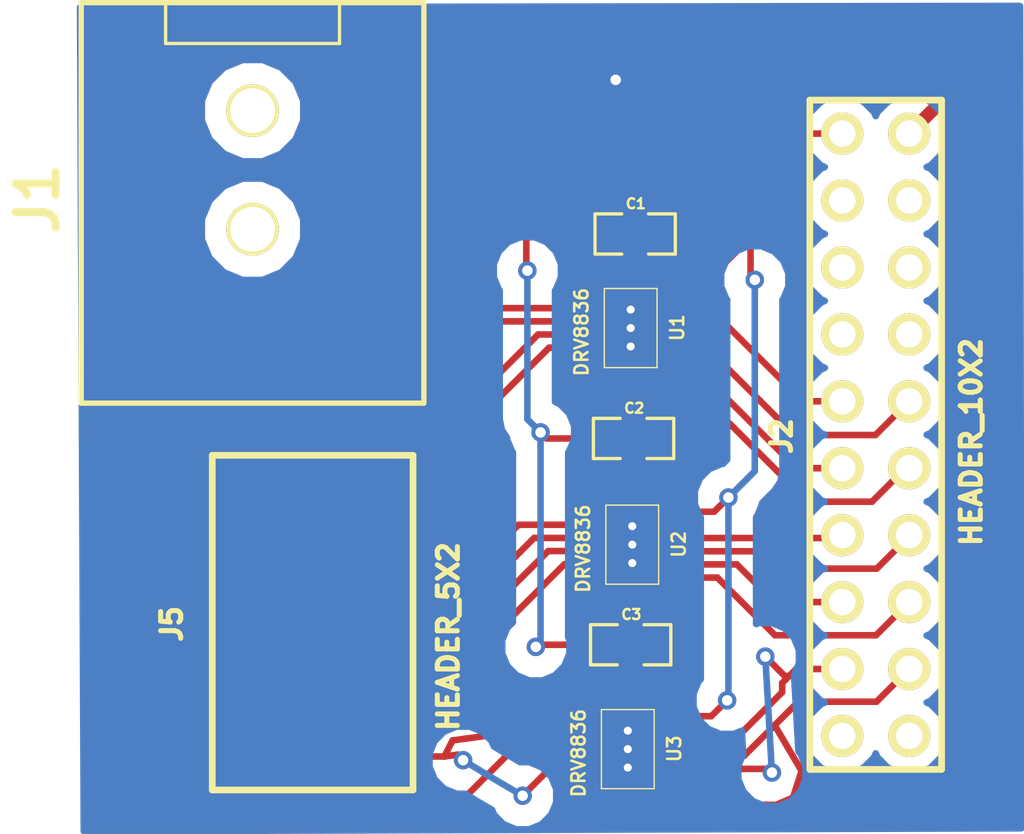
<source format=kicad_pcb>
(kicad_pcb (version 3) (host pcbnew "(2013-08-24 BZR 4298)-stable")

  (general
    (links 71)
    (no_connects 0)
    (area 136.69712 67.262667 175.270001 103.540001)
    (thickness 1.6)
    (drawings 3)
    (tracks 251)
    (zones 0)
    (modules 9)
    (nets 24)
  )

  (page A)
  (layers
    (15 F.Cu signal)
    (0 B.Cu signal)
    (16 B.Adhes user)
    (17 F.Adhes user)
    (18 B.Paste user)
    (19 F.Paste user)
    (20 B.SilkS user)
    (21 F.SilkS user)
    (22 B.Mask user)
    (23 F.Mask user)
    (24 Dwgs.User user)
    (25 Cmts.User user)
    (26 Eco1.User user)
    (27 Eco2.User user)
    (28 Edge.Cuts user)
  )

  (setup
    (last_trace_width 0.4)
    (user_trace_width 0.1)
    (user_trace_width 0.25)
    (user_trace_width 0.3)
    (user_trace_width 0.4)
    (user_trace_width 0.5)
    (user_trace_width 0.6)
    (user_trace_width 0.7)
    (user_trace_width 0.8)
    (user_trace_width 0.9)
    (user_trace_width 1)
    (user_trace_width 1.1)
    (user_trace_width 1.2)
    (trace_clearance 0.2)
    (zone_clearance 0.8)
    (zone_45_only no)
    (trace_min 0.1)
    (segment_width 0.2)
    (edge_width 0.1)
    (via_size 0.7)
    (via_drill 0.4)
    (via_min_size 0.7)
    (via_min_drill 0.4)
    (uvia_size 0.5)
    (uvia_drill 0.127)
    (uvias_allowed no)
    (uvia_min_size 0.4)
    (uvia_min_drill 0.127)
    (pcb_text_width 0.3)
    (pcb_text_size 1.5 1.5)
    (mod_edge_width 0.15)
    (mod_text_size 1 1)
    (mod_text_width 0.15)
    (pad_size 0.3 0.3)
    (pad_drill 0.3)
    (pad_to_mask_clearance 0)
    (aux_axis_origin 0 0)
    (visible_elements 7FFFFFFF)
    (pcbplotparams
      (layerselection 3178497)
      (usegerberextensions false)
      (excludeedgelayer true)
      (linewidth 0.150000)
      (plotframeref false)
      (viasonmask false)
      (mode 1)
      (useauxorigin false)
      (hpglpennumber 1)
      (hpglpenspeed 20)
      (hpglpendiameter 15)
      (hpglpenoverlay 2)
      (psnegative false)
      (psa4output false)
      (plotreference true)
      (plotvalue true)
      (plotothertext true)
      (plotinvisibletext false)
      (padsonsilk false)
      (subtractmaskfromsilk false)
      (outputformat 2)
      (mirror false)
      (drillshape 0)
      (scaleselection 1)
      (outputdirectory ""))
  )

  (net 0 "")
  (net 1 +2.8v)
  (net 2 GND)
  (net 3 ICSPCLK_M1-)
  (net 4 ICSPDAT_M1+)
  (net 5 M2+)
  (net 6 M2-)
  (net 7 M3+)
  (net 8 M3-)
  (net 9 M4+)
  (net 10 M4-)
  (net 11 M5+)
  (net 12 M5-)
  (net 13 Motor1+)
  (net 14 Motor1-)
  (net 15 Motor2+)
  (net 16 Motor2-)
  (net 17 Motor3+)
  (net 18 Motor3-)
  (net 19 Motor4+)
  (net 20 Motor4-)
  (net 21 Motor5+)
  (net 22 Motor5-)
  (net 23 Vin)

  (net_class Default "This is the default net class."
    (clearance 0.2)
    (trace_width 0.2)
    (via_dia 0.7)
    (via_drill 0.4)
    (uvia_dia 0.5)
    (uvia_drill 0.127)
    (add_net "")
    (add_net +2.8v)
    (add_net GND)
    (add_net ICSPCLK_M1-)
    (add_net ICSPDAT_M1+)
    (add_net M2+)
    (add_net M2-)
    (add_net M3+)
    (add_net M3-)
    (add_net M4+)
    (add_net M4-)
    (add_net M5+)
    (add_net M5-)
    (add_net Motor1+)
    (add_net Motor1-)
    (add_net Motor2+)
    (add_net Motor2-)
    (add_net Motor3+)
    (add_net Motor3-)
    (add_net Motor4+)
    (add_net Motor4-)
    (add_net Motor5+)
    (add_net Motor5-)
    (add_net Vin)
  )

  (module TED_HEADER_5x2_SMT (layer F.Cu) (tedit 52503FCC) (tstamp 52504945)
    (at 148.25 95.5 270)
    (path /52427105)
    (fp_text reference J5 (at 0.05 5.35 270) (layer F.SilkS)
      (effects (font (size 0.762 0.762) (thickness 0.1905)))
    )
    (fp_text value HEADER_5X2 (at 0.525 -5.15 270) (layer F.SilkS)
      (effects (font (size 0.762 0.762) (thickness 0.1905)))
    )
    (fp_line (start 6.35 -3.81) (end -6.35 -3.81) (layer F.SilkS) (width 0.254))
    (fp_line (start 6.35 -3.81) (end 6.35 3.81) (layer F.SilkS) (width 0.254))
    (fp_line (start 6.35 3.81) (end -6.35 3.81) (layer F.SilkS) (width 0.254))
    (fp_line (start -6.35 3.81) (end -6.35 -3.81) (layer F.SilkS) (width 0.254))
    (pad 1 smd rect (at -5.08 2.54 270) (size 0.9906 2.54)
      (layers F.Cu F.Paste F.Mask)
      (net 13 Motor1+)
      (clearance 0.508)
    )
    (pad 2 smd rect (at -2.54 2.54 270) (size 0.9906 2.54)
      (layers F.Cu F.Paste F.Mask)
      (net 15 Motor2+)
      (clearance 0.508)
    )
    (pad 3 smd rect (at 0 2.54 270) (size 0.9906 2.54)
      (layers F.Cu F.Paste F.Mask)
      (net 17 Motor3+)
      (clearance 0.508)
    )
    (pad 4 smd rect (at 2.54 2.54 270) (size 0.9906 2.54)
      (layers F.Cu F.Paste F.Mask)
      (net 19 Motor4+)
      (clearance 0.508)
    )
    (pad 5 smd rect (at 5.08 2.54 270) (size 0.9906 2.54)
      (layers F.Cu F.Paste F.Mask)
      (net 21 Motor5+)
      (clearance 0.508)
    )
    (pad 6 smd rect (at 5.08 -2.54 270) (size 0.9906 2.54)
      (layers F.Cu F.Paste F.Mask)
      (net 22 Motor5-)
      (clearance 0.508)
    )
    (pad 7 smd rect (at 2.54 -2.54 270) (size 0.9906 2.54)
      (layers F.Cu F.Paste F.Mask)
      (net 20 Motor4-)
      (clearance 0.508)
    )
    (pad 8 smd rect (at 0 -2.54 270) (size 0.9906 2.54)
      (layers F.Cu F.Paste F.Mask)
      (net 18 Motor3-)
      (clearance 0.508)
    )
    (pad 9 smd rect (at -2.54 -2.54 270) (size 0.9906 2.54)
      (layers F.Cu F.Paste F.Mask)
      (net 16 Motor2-)
      (clearance 0.508)
    )
    (pad 10 smd rect (at -5.08 -2.54 270) (size 0.9906 2.54)
      (layers F.Cu F.Paste F.Mask)
      (net 14 Motor1-)
      (clearance 0.508)
    )
  )

  (module TED_DC_2.1mm_SMT (layer F.Cu) (tedit 52880F9F) (tstamp 52648F41)
    (at 145.97 79.57 90)
    (path /52503907)
    (fp_text reference J1 (at 0.15748 -8.15848 90) (layer F.SilkS)
      (effects (font (thickness 0.3048)))
    )
    (fp_text value "Motor DC_2.1MM" (at 0.1016 8.49884 90) (layer F.SilkS) hide
      (effects (font (thickness 0.3048)))
    )
    (fp_line (start 7.6 -3.3) (end 6.05 -3.3) (layer F.SilkS) (width 0.127))
    (fp_line (start 6.05 -3.3) (end 6.05 3.3) (layer F.SilkS) (width 0.127))
    (fp_line (start 6.05 3.3) (end 7.575 3.3) (layer F.SilkS) (width 0.127))
    (fp_line (start -7.59968 -6.5024) (end 7.59968 -6.5024) (layer F.SilkS) (width 0.20066))
    (fp_line (start 7.59968 -6.5024) (end 7.59968 6.5024) (layer F.SilkS) (width 0.20066))
    (fp_line (start 7.59968 6.5024) (end -7.59968 6.5024) (layer F.SilkS) (width 0.20066))
    (fp_line (start -7.59968 6.5024) (end -7.59968 -6.5024) (layer F.SilkS) (width 0.20066))
    (pad "" np_thru_hole circle (at -1.00076 0 90) (size 1.99898 1.99898) (drill 1.69926)
      (layers *.Cu *.Mask F.SilkS)
    )
    (pad 1 smd rect (at 3.50012 5.4102 90) (size 1.99898 1.99898)
      (layers F.Cu F.Paste F.Mask)
      (net 23 Vin)
    )
    (pad 1 smd rect (at -2.60096 5.4102 90) (size 1.99898 1.99898)
      (layers F.Cu F.Paste F.Mask)
      (net 23 Vin)
    )
    (pad 2 smd rect (at 3.50012 -5.41528 90) (size 1.99898 1.99898)
      (layers F.Cu F.Paste F.Mask)
      (net 2 GND)
    )
    (pad 3 smd rect (at -2.60096 -5.41528 90) (size 1.99898 1.99898)
      (layers F.Cu F.Paste F.Mask)
    )
    (pad "" np_thru_hole circle (at 3.50012 0 90) (size 1.99898 1.99898) (drill 1.69926)
      (layers *.Cu *.Mask F.SilkS)
    )
  )

  (module TED_HEADER_10x2_BOTTOM_SIDE (layer F.Cu) (tedit 528EF672) (tstamp 5290DF16)
    (at 169.62 88.37 270)
    (path /5290DDD9)
    (fp_text reference J2 (at 0.05 3.575 270) (layer F.SilkS)
      (effects (font (size 0.762 0.762) (thickness 0.1905)))
    )
    (fp_text value HEADER_10X2 (at 0.275 -3.625 270) (layer F.SilkS)
      (effects (font (size 0.762 0.762) (thickness 0.1905)))
    )
    (fp_line (start 12.7 -2.5) (end 12.7 2.5) (layer F.SilkS) (width 0.254))
    (fp_line (start 12.7 -2.5) (end -12.7 -2.5) (layer F.SilkS) (width 0.254))
    (fp_line (start 12.7 2.5) (end -12.7 2.5) (layer F.SilkS) (width 0.254))
    (fp_line (start -12.7 2.5) (end -12.7 -2.5) (layer F.SilkS) (width 0.254))
    (pad 11 thru_hole circle (at 11.43 -1.27 270) (size 1.6 1.6) (drill 1)
      (layers *.Mask F.Cu F.SilkS)
      (clearance 0.25)
    )
    (pad 10 thru_hole circle (at 11.43 1.27 270) (size 1.6 1.6) (drill 1)
      (layers *.Mask F.Cu F.SilkS)
      (clearance 0.25)
    )
    (pad 14 thru_hole circle (at 3.81 -1.27 270) (size 1.6 1.6) (drill 1)
      (layers *.Mask F.Cu F.SilkS)
      (net 8 M3-)
      (clearance 0.25)
    )
    (pad 8 thru_hole circle (at 6.35 1.27 270) (size 1.6 1.6) (drill 1)
      (layers *.Mask F.Cu F.SilkS)
      (net 9 M4+)
      (clearance 0.25)
    )
    (pad 9 thru_hole circle (at 8.89 1.27 270) (size 1.6 1.6) (drill 1)
      (layers *.Mask F.Cu F.SilkS)
      (net 11 M5+)
      (clearance 0.25)
    )
    (pad 12 thru_hole circle (at 8.89 -1.27 270) (size 1.6 1.6) (drill 1)
      (layers *.Mask F.Cu F.SilkS)
      (net 12 M5-)
      (clearance 0.25)
    )
    (pad 13 thru_hole circle (at 6.35 -1.27 270) (size 1.6 1.6) (drill 1)
      (layers *.Mask F.Cu F.SilkS)
      (net 10 M4-)
      (clearance 0.25)
    )
    (pad 15 thru_hole circle (at 1.27 -1.27 270) (size 1.6 1.6) (drill 1)
      (layers *.Mask F.Cu F.SilkS)
      (net 6 M2-)
      (clearance 0.25)
    )
    (pad 7 thru_hole circle (at 3.81 1.27 270) (size 1.6 1.6) (drill 1)
      (layers *.Mask F.Cu F.SilkS)
      (net 7 M3+)
      (clearance 0.25)
    )
    (pad 6 thru_hole circle (at 1.27 1.27 270) (size 1.6 1.6) (drill 1)
      (layers *.Mask F.Cu F.SilkS)
      (net 5 M2+)
      (clearance 0.25)
    )
    (pad 5 thru_hole circle (at -1.27 1.27 270) (size 1.6 1.6) (drill 1)
      (layers *.Mask F.Cu F.SilkS)
      (net 4 ICSPDAT_M1+)
      (clearance 0.25)
    )
    (pad 1 thru_hole circle (at -11.43 1.27 270) (size 1.6 1.6) (drill 1)
      (layers *.Mask F.Cu F.SilkS)
      (net 1 +2.8v)
      (clearance 0.25)
    )
    (pad 2 thru_hole circle (at -8.89 1.27 270) (size 1.6 1.6) (drill 1)
      (layers *.Mask F.Cu F.SilkS)
      (clearance 0.25)
    )
    (pad 3 thru_hole circle (at -6.35 1.27 270) (size 1.6 1.6) (drill 1)
      (layers *.Mask F.Cu F.SilkS)
      (clearance 0.25)
    )
    (pad 4 thru_hole circle (at -3.81 1.27 270) (size 1.6 1.6) (drill 1)
      (layers *.Mask F.Cu F.SilkS)
      (clearance 0.25)
    )
    (pad 16 thru_hole circle (at -1.27 -1.27 270) (size 1.6 1.6) (drill 1)
      (layers *.Mask F.Cu F.SilkS)
      (net 3 ICSPCLK_M1-)
      (clearance 0.25)
    )
    (pad 17 thru_hole circle (at -3.81 -1.27 270) (size 1.6 1.6) (drill 1)
      (layers *.Mask F.Cu F.SilkS)
      (clearance 0.25)
    )
    (pad 18 thru_hole circle (at -6.35 -1.27 270) (size 1.6 1.6) (drill 1)
      (layers *.Mask F.Cu F.SilkS)
      (clearance 0.25)
    )
    (pad 19 thru_hole circle (at -8.89 -1.27 270) (size 1.6 1.6) (drill 1)
      (layers *.Mask F.Cu F.SilkS)
    )
    (pad 20 thru_hole circle (at -11.43 -1.27 270) (size 1.6 1.6) (drill 1)
      (layers *.Mask F.Cu F.SilkS)
      (net 2 GND)
    )
  )

  (module TED_SM0805 (layer F.Cu) (tedit 522E5F71) (tstamp 529BB146)
    (at 160.49 80.75)
    (path /529BB0F7)
    (attr smd)
    (fp_text reference C1 (at 0.0254 -1.14808) (layer F.SilkS)
      (effects (font (size 0.381 0.381) (thickness 0.09398)))
    )
    (fp_text value 10uF (at 0.10668 1.19888) (layer F.SilkS) hide
      (effects (font (size 0.381 0.381) (thickness 0.09398)))
    )
    (fp_line (start -0.508 0.762) (end -1.524 0.762) (layer F.SilkS) (width 0.127))
    (fp_line (start -1.524 0.762) (end -1.524 -0.762) (layer F.SilkS) (width 0.127))
    (fp_line (start -1.524 -0.762) (end -0.508 -0.762) (layer F.SilkS) (width 0.127))
    (fp_line (start 0.508 -0.762) (end 1.524 -0.762) (layer F.SilkS) (width 0.127))
    (fp_line (start 1.524 -0.762) (end 1.524 0.762) (layer F.SilkS) (width 0.127))
    (fp_line (start 1.524 0.762) (end 0.508 0.762) (layer F.SilkS) (width 0.127))
    (pad 1 smd rect (at -0.9525 0) (size 0.889 1.397)
      (layers F.Cu F.Paste F.Mask)
      (net 23 Vin)
    )
    (pad 2 smd rect (at 0.9525 0) (size 0.889 1.397)
      (layers F.Cu F.Paste F.Mask)
      (net 2 GND)
    )
    (model smd/chip_cms.wrl
      (at (xyz 0 0 0))
      (scale (xyz 0.1 0.1 0.1))
      (rotate (xyz 0 0 0))
    )
  )

  (module TED_SM0805 (layer F.Cu) (tedit 522E5F71) (tstamp 529BB152)
    (at 160.43 88.51)
    (path /529BB0DE)
    (attr smd)
    (fp_text reference C2 (at 0.0254 -1.14808) (layer F.SilkS)
      (effects (font (size 0.381 0.381) (thickness 0.09398)))
    )
    (fp_text value 10uF (at 0.10668 1.19888) (layer F.SilkS) hide
      (effects (font (size 0.381 0.381) (thickness 0.09398)))
    )
    (fp_line (start -0.508 0.762) (end -1.524 0.762) (layer F.SilkS) (width 0.127))
    (fp_line (start -1.524 0.762) (end -1.524 -0.762) (layer F.SilkS) (width 0.127))
    (fp_line (start -1.524 -0.762) (end -0.508 -0.762) (layer F.SilkS) (width 0.127))
    (fp_line (start 0.508 -0.762) (end 1.524 -0.762) (layer F.SilkS) (width 0.127))
    (fp_line (start 1.524 -0.762) (end 1.524 0.762) (layer F.SilkS) (width 0.127))
    (fp_line (start 1.524 0.762) (end 0.508 0.762) (layer F.SilkS) (width 0.127))
    (pad 1 smd rect (at -0.9525 0) (size 0.889 1.397)
      (layers F.Cu F.Paste F.Mask)
      (net 23 Vin)
    )
    (pad 2 smd rect (at 0.9525 0) (size 0.889 1.397)
      (layers F.Cu F.Paste F.Mask)
      (net 2 GND)
    )
    (model smd/chip_cms.wrl
      (at (xyz 0 0 0))
      (scale (xyz 0.1 0.1 0.1))
      (rotate (xyz 0 0 0))
    )
  )

  (module TED_SM0805 (layer F.Cu) (tedit 522E5F71) (tstamp 529BB211)
    (at 160.32 96.34)
    (path /524CF7DE)
    (attr smd)
    (fp_text reference C3 (at 0.0254 -1.14808) (layer F.SilkS)
      (effects (font (size 0.381 0.381) (thickness 0.09398)))
    )
    (fp_text value 10uF (at 0.10668 1.19888) (layer F.SilkS) hide
      (effects (font (size 0.381 0.381) (thickness 0.09398)))
    )
    (fp_line (start -0.508 0.762) (end -1.524 0.762) (layer F.SilkS) (width 0.127))
    (fp_line (start -1.524 0.762) (end -1.524 -0.762) (layer F.SilkS) (width 0.127))
    (fp_line (start -1.524 -0.762) (end -0.508 -0.762) (layer F.SilkS) (width 0.127))
    (fp_line (start 0.508 -0.762) (end 1.524 -0.762) (layer F.SilkS) (width 0.127))
    (fp_line (start 1.524 -0.762) (end 1.524 0.762) (layer F.SilkS) (width 0.127))
    (fp_line (start 1.524 0.762) (end 0.508 0.762) (layer F.SilkS) (width 0.127))
    (pad 1 smd rect (at -0.9525 0) (size 0.889 1.397)
      (layers F.Cu F.Paste F.Mask)
      (net 23 Vin)
    )
    (pad 2 smd rect (at 0.9525 0) (size 0.889 1.397)
      (layers F.Cu F.Paste F.Mask)
      (net 2 GND)
    )
    (model smd/chip_cms.wrl
      (at (xyz 0 0 0))
      (scale (xyz 0.1 0.1 0.1))
      (rotate (xyz 0 0 0))
    )
  )

  (module TED_WSON-12 (layer F.Cu) (tedit 529D1D28) (tstamp 529BB1B5)
    (at 160.21 100.3 270)
    (path /529BAB89)
    (fp_text reference U3 (at -0.0127 -1.7653 270) (layer F.SilkS)
      (effects (font (size 0.50038 0.50038) (thickness 0.09906)))
    )
    (fp_text value DRV8836 (at 0.1524 1.8669 270) (layer F.SilkS)
      (effects (font (size 0.50038 0.50038) (thickness 0.09906)))
    )
    (fp_line (start -1.50114 -1.00076) (end 1.50114 -1.00076) (layer F.SilkS) (width 0.0508))
    (fp_line (start 1.50114 -1.00076) (end 1.50114 1.00076) (layer F.SilkS) (width 0.0508))
    (fp_line (start 1.50114 1.00076) (end -1.50114 1.00076) (layer F.SilkS) (width 0.0508))
    (fp_line (start -1.50114 1.00076) (end -1.50114 -1.00076) (layer F.SilkS) (width 0.0508))
    (pad PAST smd rect (at -1.43002 -0.24892 270) (size 0.59944 0.24892)
      (layers F.Paste)
      (zone_connect 0)
    )
    (pad PAST smd rect (at -1.43002 0.24892 270) (size 0.59944 0.24892)
      (layers F.Paste)
      (zone_connect 0)
    )
    (pad PAST smd rect (at 1.42494 0.24892 270) (size 0.59944 0.24892)
      (layers F.Paste)
      (zone_connect 0)
    )
    (pad 7 smd rect (at 1.24968 -0.85 90) (size 0.25 0.3)
      (layers F.Cu F.Paste F.Mask)
      (net 12 M5-)
    )
    (pad 11 smd rect (at -0.7493 -0.85 90) (size 0.24892 0.3)
      (layers F.Cu F.Paste F.Mask)
      (net 2 GND)
    )
    (pad 8 smd rect (at 0.7493 -0.85 90) (size 0.24892 0.3)
      (layers F.Cu F.Paste F.Mask)
      (net 11 M5+)
    )
    (pad 10 smd rect (at -0.25146 -0.85 90) (size 0.24892 0.3)
      (layers F.Cu F.Paste F.Mask)
      (net 11 M5+)
    )
    (pad 9 smd rect (at 0.25146 -0.85 90) (size 0.24892 0.3)
      (layers F.Cu F.Paste F.Mask)
      (net 12 M5-)
    )
    (pad 12 smd rect (at -1.24968 -0.85 90) (size 0.24892 0.3)
      (layers F.Cu F.Paste F.Mask)
      (net 1 +2.8v)
    )
    (pad 1 smd rect (at -1.25476 0.85 90) (size 0.24892 0.3)
      (layers F.Cu F.Paste F.Mask)
      (net 23 Vin)
    )
    (pad 4 smd rect (at 0.24384 0.85 90) (size 0.24892 0.3)
      (layers F.Cu F.Paste F.Mask)
      (net 21 Motor5+)
    )
    (pad 3 smd rect (at -0.254 0.85 90) (size 0.24892 0.3)
      (layers F.Cu F.Paste F.Mask)
      (net 22 Motor5-)
    )
    (pad 5 smd rect (at 0.74422 0.85 90) (size 0.24892 0.3)
      (layers F.Cu F.Paste F.Mask)
      (net 22 Motor5-)
    )
    (pad 2 smd rect (at -0.75438 0.85 90) (size 0.24892 0.3)
      (layers F.Cu F.Paste F.Mask)
      (net 21 Motor5+)
    )
    (pad 6 smd rect (at 1.2446 0.85 90) (size 0.24892 0.30038)
      (layers F.Cu F.Paste F.Mask)
      (net 2 GND)
    )
    (pad PAST smd rect (at 1.42748 -0.24892 270) (size 0.59944 0.24892)
      (layers F.Paste)
      (zone_connect 0)
    )
    (pad PP thru_hole circle (at 0 0 90) (size 0.3 0.3) (drill 0.3)
      (layers *.Cu *.Mask F.SilkS)
      (net 2 GND)
      (clearance 0.1)
      (zone_connect 2)
    )
    (pad PP connect rect (at 0 0 90) (size 2 0.9)
      (layers B.Cu F.Mask)
      (net 2 GND)
      (zone_connect 2)
    )
    (pad PP thru_hole circle (at 0.7 0 90) (size 0.3 0.3) (drill 0.3)
      (layers *.Cu *.Mask F.SilkS)
      (net 2 GND)
      (clearance 0.1)
      (zone_connect 2)
    )
    (pad PP thru_hole circle (at -0.7 0 90) (size 0.3 0.3) (drill 0.3)
      (layers *.Cu *.Mask F.SilkS)
      (net 2 GND)
      (clearance 0.1)
      (zone_connect 2)
    )
    (pad PP smd rect (at 0 0 90) (size 2 0.9)
      (layers F.Cu F.Mask)
      (net 2 GND)
    )
    (pad PP smd rect (at -1.34874 -0.24892 90) (size 0.70104 0.24892)
      (layers F.Cu F.Mask)
      (net 2 GND)
    )
    (pad PP smd rect (at -1.34874 0.24892 90) (size 0.70104 0.24892)
      (layers F.Cu F.Mask)
      (net 2 GND)
    )
    (pad PP smd rect (at 1.34874 -0.24892 90) (size 0.70104 0.24892)
      (layers F.Cu F.Mask)
      (net 2 GND)
    )
    (pad PP smd rect (at 1.34874 0.24892 90) (size 0.70104 0.24892)
      (layers F.Cu F.Mask)
      (net 2 GND)
    )
    (pad PAST smd rect (at 0 0 90) (size 1.6 0.6)
      (layers F.Paste)
      (zone_connect 0)
    )
  )

  (module TED_WSON-12 (layer F.Cu) (tedit 529D1D28) (tstamp 529BB194)
    (at 160.38 92.54 270)
    (path /529BAB70)
    (fp_text reference U2 (at -0.0127 -1.7653 270) (layer F.SilkS)
      (effects (font (size 0.50038 0.50038) (thickness 0.09906)))
    )
    (fp_text value DRV8836 (at 0.1524 1.8669 270) (layer F.SilkS)
      (effects (font (size 0.50038 0.50038) (thickness 0.09906)))
    )
    (fp_line (start -1.50114 -1.00076) (end 1.50114 -1.00076) (layer F.SilkS) (width 0.0508))
    (fp_line (start 1.50114 -1.00076) (end 1.50114 1.00076) (layer F.SilkS) (width 0.0508))
    (fp_line (start 1.50114 1.00076) (end -1.50114 1.00076) (layer F.SilkS) (width 0.0508))
    (fp_line (start -1.50114 1.00076) (end -1.50114 -1.00076) (layer F.SilkS) (width 0.0508))
    (pad PAST smd rect (at -1.43002 -0.24892 270) (size 0.59944 0.24892)
      (layers F.Paste)
      (zone_connect 0)
    )
    (pad PAST smd rect (at -1.43002 0.24892 270) (size 0.59944 0.24892)
      (layers F.Paste)
      (zone_connect 0)
    )
    (pad PAST smd rect (at 1.42494 0.24892 270) (size 0.59944 0.24892)
      (layers F.Paste)
      (zone_connect 0)
    )
    (pad 7 smd rect (at 1.24968 -0.85 90) (size 0.25 0.3)
      (layers F.Cu F.Paste F.Mask)
      (net 10 M4-)
    )
    (pad 11 smd rect (at -0.7493 -0.85 90) (size 0.24892 0.3)
      (layers F.Cu F.Paste F.Mask)
      (net 2 GND)
    )
    (pad 8 smd rect (at 0.7493 -0.85 90) (size 0.24892 0.3)
      (layers F.Cu F.Paste F.Mask)
      (net 9 M4+)
    )
    (pad 10 smd rect (at -0.25146 -0.85 90) (size 0.24892 0.3)
      (layers F.Cu F.Paste F.Mask)
      (net 7 M3+)
    )
    (pad 9 smd rect (at 0.25146 -0.85 90) (size 0.24892 0.3)
      (layers F.Cu F.Paste F.Mask)
      (net 8 M3-)
    )
    (pad 12 smd rect (at -1.24968 -0.85 90) (size 0.24892 0.3)
      (layers F.Cu F.Paste F.Mask)
      (net 1 +2.8v)
    )
    (pad 1 smd rect (at -1.25476 0.85 90) (size 0.24892 0.3)
      (layers F.Cu F.Paste F.Mask)
      (net 23 Vin)
    )
    (pad 4 smd rect (at 0.24384 0.85 90) (size 0.24892 0.3)
      (layers F.Cu F.Paste F.Mask)
      (net 19 Motor4+)
    )
    (pad 3 smd rect (at -0.254 0.85 90) (size 0.24892 0.3)
      (layers F.Cu F.Paste F.Mask)
      (net 18 Motor3-)
    )
    (pad 5 smd rect (at 0.74422 0.85 90) (size 0.24892 0.3)
      (layers F.Cu F.Paste F.Mask)
      (net 20 Motor4-)
    )
    (pad 2 smd rect (at -0.75438 0.85 90) (size 0.24892 0.3)
      (layers F.Cu F.Paste F.Mask)
      (net 17 Motor3+)
    )
    (pad 6 smd rect (at 1.2446 0.85 90) (size 0.24892 0.30038)
      (layers F.Cu F.Paste F.Mask)
      (net 2 GND)
    )
    (pad PAST smd rect (at 1.42748 -0.24892 270) (size 0.59944 0.24892)
      (layers F.Paste)
      (zone_connect 0)
    )
    (pad PP thru_hole circle (at 0 0 90) (size 0.3 0.3) (drill 0.3)
      (layers *.Cu *.Mask F.SilkS)
      (net 2 GND)
      (clearance 0.1)
      (zone_connect 2)
    )
    (pad PP connect rect (at 0 0 90) (size 2 0.9)
      (layers B.Cu F.Mask)
      (net 2 GND)
      (zone_connect 2)
    )
    (pad PP thru_hole circle (at 0.7 0 90) (size 0.3 0.3) (drill 0.3)
      (layers *.Cu *.Mask F.SilkS)
      (net 2 GND)
      (clearance 0.1)
      (zone_connect 2)
    )
    (pad PP thru_hole circle (at -0.7 0 90) (size 0.3 0.3) (drill 0.3)
      (layers *.Cu *.Mask F.SilkS)
      (net 2 GND)
      (clearance 0.1)
      (zone_connect 2)
    )
    (pad PP smd rect (at 0 0 90) (size 2 0.9)
      (layers F.Cu F.Mask)
      (net 2 GND)
    )
    (pad PP smd rect (at -1.34874 -0.24892 90) (size 0.70104 0.24892)
      (layers F.Cu F.Mask)
      (net 2 GND)
    )
    (pad PP smd rect (at -1.34874 0.24892 90) (size 0.70104 0.24892)
      (layers F.Cu F.Mask)
      (net 2 GND)
    )
    (pad PP smd rect (at 1.34874 -0.24892 90) (size 0.70104 0.24892)
      (layers F.Cu F.Mask)
      (net 2 GND)
    )
    (pad PP smd rect (at 1.34874 0.24892 90) (size 0.70104 0.24892)
      (layers F.Cu F.Mask)
      (net 2 GND)
    )
    (pad PAST smd rect (at 0 0 90) (size 1.6 0.6)
      (layers F.Paste)
      (zone_connect 0)
    )
  )

  (module TED_WSON-12 (layer F.Cu) (tedit 529D1D28) (tstamp 529BB173)
    (at 160.32 84.32 270)
    (path /529BA23B)
    (fp_text reference U1 (at -0.0127 -1.7653 270) (layer F.SilkS)
      (effects (font (size 0.50038 0.50038) (thickness 0.09906)))
    )
    (fp_text value DRV8836 (at 0.1524 1.8669 270) (layer F.SilkS)
      (effects (font (size 0.50038 0.50038) (thickness 0.09906)))
    )
    (fp_line (start -1.50114 -1.00076) (end 1.50114 -1.00076) (layer F.SilkS) (width 0.0508))
    (fp_line (start 1.50114 -1.00076) (end 1.50114 1.00076) (layer F.SilkS) (width 0.0508))
    (fp_line (start 1.50114 1.00076) (end -1.50114 1.00076) (layer F.SilkS) (width 0.0508))
    (fp_line (start -1.50114 1.00076) (end -1.50114 -1.00076) (layer F.SilkS) (width 0.0508))
    (pad PAST smd rect (at -1.43002 -0.24892 270) (size 0.59944 0.24892)
      (layers F.Paste)
      (zone_connect 0)
    )
    (pad PAST smd rect (at -1.43002 0.24892 270) (size 0.59944 0.24892)
      (layers F.Paste)
      (zone_connect 0)
    )
    (pad PAST smd rect (at 1.42494 0.24892 270) (size 0.59944 0.24892)
      (layers F.Paste)
      (zone_connect 0)
    )
    (pad 7 smd rect (at 1.24968 -0.85 90) (size 0.25 0.3)
      (layers F.Cu F.Paste F.Mask)
      (net 6 M2-)
    )
    (pad 11 smd rect (at -0.7493 -0.85 90) (size 0.24892 0.3)
      (layers F.Cu F.Paste F.Mask)
      (net 2 GND)
    )
    (pad 8 smd rect (at 0.7493 -0.85 90) (size 0.24892 0.3)
      (layers F.Cu F.Paste F.Mask)
      (net 5 M2+)
    )
    (pad 10 smd rect (at -0.25146 -0.85 90) (size 0.24892 0.3)
      (layers F.Cu F.Paste F.Mask)
      (net 4 ICSPDAT_M1+)
    )
    (pad 9 smd rect (at 0.25146 -0.85 90) (size 0.24892 0.3)
      (layers F.Cu F.Paste F.Mask)
      (net 3 ICSPCLK_M1-)
    )
    (pad 12 smd rect (at -1.24968 -0.85 90) (size 0.24892 0.3)
      (layers F.Cu F.Paste F.Mask)
      (net 1 +2.8v)
    )
    (pad 1 smd rect (at -1.25476 0.85 90) (size 0.24892 0.3)
      (layers F.Cu F.Paste F.Mask)
      (net 23 Vin)
    )
    (pad 4 smd rect (at 0.24384 0.85 90) (size 0.24892 0.3)
      (layers F.Cu F.Paste F.Mask)
      (net 15 Motor2+)
    )
    (pad 3 smd rect (at -0.254 0.85 90) (size 0.24892 0.3)
      (layers F.Cu F.Paste F.Mask)
      (net 14 Motor1-)
    )
    (pad 5 smd rect (at 0.74422 0.85 90) (size 0.24892 0.3)
      (layers F.Cu F.Paste F.Mask)
      (net 16 Motor2-)
    )
    (pad 2 smd rect (at -0.75438 0.85 90) (size 0.24892 0.3)
      (layers F.Cu F.Paste F.Mask)
      (net 13 Motor1+)
    )
    (pad 6 smd rect (at 1.2446 0.85 90) (size 0.24892 0.30038)
      (layers F.Cu F.Paste F.Mask)
      (net 2 GND)
    )
    (pad PAST smd rect (at 1.42748 -0.24892 270) (size 0.59944 0.24892)
      (layers F.Paste)
      (zone_connect 0)
    )
    (pad PP thru_hole circle (at 0 0 90) (size 0.3 0.3) (drill 0.3)
      (layers *.Cu *.Mask F.SilkS)
      (net 2 GND)
      (clearance 0.1)
      (zone_connect 2)
    )
    (pad PP connect rect (at 0 0 90) (size 2 0.9)
      (layers B.Cu F.Mask)
      (net 2 GND)
      (zone_connect 2)
    )
    (pad PP thru_hole circle (at 0.7 0 90) (size 0.3 0.3) (drill 0.3)
      (layers *.Cu *.Mask F.SilkS)
      (net 2 GND)
      (clearance 0.1)
      (zone_connect 2)
    )
    (pad PP thru_hole circle (at -0.7 0 90) (size 0.3 0.3) (drill 0.3)
      (layers *.Cu *.Mask F.SilkS)
      (net 2 GND)
      (clearance 0.1)
      (zone_connect 2)
    )
    (pad PP smd rect (at 0 0 90) (size 2 0.9)
      (layers F.Cu F.Mask)
      (net 2 GND)
    )
    (pad PP smd rect (at -1.34874 -0.24892 90) (size 0.70104 0.24892)
      (layers F.Cu F.Mask)
      (net 2 GND)
    )
    (pad PP smd rect (at -1.34874 0.24892 90) (size 0.70104 0.24892)
      (layers F.Cu F.Mask)
      (net 2 GND)
    )
    (pad PP smd rect (at 1.34874 -0.24892 90) (size 0.70104 0.24892)
      (layers F.Cu F.Mask)
      (net 2 GND)
    )
    (pad PP smd rect (at 1.34874 0.24892 90) (size 0.70104 0.24892)
      (layers F.Cu F.Mask)
      (net 2 GND)
    )
    (pad PAST smd rect (at 0 0 90) (size 1.6 0.6)
      (layers F.Paste)
      (zone_connect 0)
    )
  )

  (gr_text 2-7V (at 155.98 75.21) (layer F.Cu)
    (effects (font (size 1.5 1.5) (thickness 0.3)))
  )
  (gr_text 2.8v (at 164.55 74.94) (layer F.Cu)
    (effects (font (size 1.5 1.5) (thickness 0.3)))
  )
  (gr_text M1 (at 141.15 88.57) (layer F.Cu)
    (effects (font (size 1.5 1.5) (thickness 0.3)))
  )

  (segment (start 161.06 99.05032) (end 163.37968 99.05032) (width 0.25) (layer F.Cu) (net 1))
  (segment (start 164.03 98.4) (end 164.03 90.75) (width 0.25) (layer B.Cu) (net 1) (tstamp 529CF0FE))
  (segment (start 163.98 98.45) (end 164.03 98.4) (width 0.25) (layer B.Cu) (net 1) (tstamp 529CF0FD))
  (via (at 163.98 98.45) (size 0.7) (layers F.Cu B.Cu) (net 1))
  (segment (start 163.37968 99.05032) (end 163.98 98.45) (width 0.25) (layer F.Cu) (net 1) (tstamp 529CF0F6))
  (segment (start 161.23 91.29032) (end 163.48968 91.29032) (width 0.25) (layer F.Cu) (net 1))
  (segment (start 164.87 82.33) (end 164.87 80.88) (width 0.25) (layer F.Cu) (net 1) (tstamp 529CF0C9))
  (segment (start 165.03 82.49) (end 164.87 82.33) (width 0.25) (layer F.Cu) (net 1) (tstamp 529CF0C8))
  (via (at 165.03 82.49) (size 0.7) (layers F.Cu B.Cu) (net 1))
  (segment (start 165.03 89.75) (end 165.03 82.49) (width 0.25) (layer B.Cu) (net 1) (tstamp 529CF0C3))
  (segment (start 164.03 90.75) (end 165.03 89.75) (width 0.25) (layer B.Cu) (net 1) (tstamp 529CF0C2))
  (via (at 164.03 90.75) (size 0.7) (layers F.Cu B.Cu) (net 1))
  (segment (start 163.48968 91.29032) (end 164.03 90.75) (width 0.25) (layer F.Cu) (net 1) (tstamp 529CF0BD))
  (segment (start 161.17 83.07032) (end 162.67968 83.07032) (width 0.25) (layer F.Cu) (net 1))
  (segment (start 166.27 76.94) (end 168.35 76.94) (width 0.25) (layer F.Cu) (net 1) (tstamp 529CEEFF))
  (segment (start 164.87 78.34) (end 166.27 76.94) (width 0.25) (layer F.Cu) (net 1) (tstamp 529CEEFD))
  (segment (start 164.87 80.88) (end 164.87 78.34) (width 0.25) (layer F.Cu) (net 1) (tstamp 529CEEFB))
  (segment (start 162.67968 83.07032) (end 164.87 80.88) (width 0.25) (layer F.Cu) (net 1) (tstamp 529CEEF5))
  (segment (start 160.45892 101.64874) (end 160.45892 102.39108) (width 0.25) (layer F.Cu) (net 2))
  (segment (start 160.3 102.55) (end 159.72 102.55) (width 0.25) (layer F.Cu) (net 2) (tstamp 529CF285))
  (segment (start 160.45892 102.39108) (end 160.3 102.55) (width 0.25) (layer F.Cu) (net 2) (tstamp 529CF283))
  (segment (start 159.36 101.5446) (end 158.7454 101.5446) (width 0.25) (layer F.Cu) (net 2))
  (segment (start 158.7454 101.5446) (end 158.45 101.84) (width 0.25) (layer F.Cu) (net 2) (tstamp 529CF270))
  (segment (start 158.45 101.84) (end 158.45 102.03) (width 0.25) (layer F.Cu) (net 2) (tstamp 529CF272))
  (segment (start 158.45 102.03) (end 158.97 102.55) (width 0.25) (layer F.Cu) (net 2) (tstamp 529CF273))
  (segment (start 158.97 102.55) (end 159.72 102.55) (width 0.25) (layer F.Cu) (net 2) (tstamp 529CF274))
  (segment (start 159.96108 102.30892) (end 159.96108 101.64874) (width 0.25) (layer F.Cu) (net 2) (tstamp 529CF277))
  (segment (start 159.72 102.55) (end 159.96108 102.30892) (width 0.25) (layer F.Cu) (net 2) (tstamp 529CF276))
  (segment (start 160.45892 101.64874) (end 160.45892 100.54892) (width 0.25) (layer F.Cu) (net 2))
  (segment (start 160.45892 100.54892) (end 160.21 100.3) (width 0.25) (layer F.Cu) (net 2) (tstamp 529CF13C))
  (segment (start 160.45892 98.95126) (end 160.45892 99.35108) (width 0.25) (layer F.Cu) (net 2))
  (segment (start 160.45892 99.35108) (end 160.21 99.6) (width 0.25) (layer F.Cu) (net 2) (tstamp 529CF132))
  (segment (start 159.96108 98.95126) (end 159.96108 98.07892) (width 0.25) (layer F.Cu) (net 2))
  (segment (start 160.26 97.78) (end 160.82 97.78) (width 0.25) (layer F.Cu) (net 2) (tstamp 529CF0F1))
  (segment (start 159.96108 98.07892) (end 160.26 97.78) (width 0.25) (layer F.Cu) (net 2) (tstamp 529CF0F0))
  (segment (start 161.2725 96.34) (end 161.2725 97.3275) (width 0.25) (layer F.Cu) (net 2))
  (segment (start 160.45892 98.14108) (end 160.45892 98.95126) (width 0.25) (layer F.Cu) (net 2) (tstamp 529CF0ED))
  (segment (start 161.2725 97.3275) (end 160.82 97.78) (width 0.25) (layer F.Cu) (net 2) (tstamp 529CF0EB))
  (segment (start 160.82 97.78) (end 160.45892 98.14108) (width 0.25) (layer F.Cu) (net 2) (tstamp 529CF0F4))
  (segment (start 161.06 99.5507) (end 160.2593 99.5507) (width 0.25) (layer F.Cu) (net 2))
  (segment (start 160.2593 99.5507) (end 160.21 99.6) (width 0.25) (layer F.Cu) (net 2) (tstamp 529CF04B))
  (segment (start 161.23 91.7907) (end 160.4293 91.7907) (width 0.25) (layer F.Cu) (net 2))
  (segment (start 160.4293 91.7907) (end 160.38 91.84) (width 0.25) (layer F.Cu) (net 2) (tstamp 529CF046))
  (segment (start 161.17 83.5707) (end 160.3693 83.5707) (width 0.25) (layer F.Cu) (net 2))
  (segment (start 160.3693 83.5707) (end 160.32 83.62) (width 0.25) (layer F.Cu) (net 2) (tstamp 529CF01C))
  (segment (start 159.75 94.83) (end 161.03 94.83) (width 0.25) (layer F.Cu) (net 2))
  (segment (start 161.03 94.83) (end 161.2725 95.0725) (width 0.25) (layer F.Cu) (net 2) (tstamp 529CF014))
  (segment (start 160.62892 93.88874) (end 160.62892 94.42892) (width 0.25) (layer F.Cu) (net 2))
  (segment (start 160.62892 94.42892) (end 161.2725 95.0725) (width 0.25) (layer F.Cu) (net 2) (tstamp 529CF00A))
  (segment (start 161.2725 95.0725) (end 161.2725 96.34) (width 0.25) (layer F.Cu) (net 2) (tstamp 529CF00C))
  (segment (start 160.13108 91.19126) (end 160.13108 92.29108) (width 0.25) (layer F.Cu) (net 2))
  (segment (start 160.13108 92.29108) (end 160.38 92.54) (width 0.25) (layer F.Cu) (net 2) (tstamp 529CF007))
  (segment (start 160.13108 93.88874) (end 160.13108 92.78892) (width 0.25) (layer F.Cu) (net 2))
  (segment (start 160.13108 92.78892) (end 160.38 92.54) (width 0.25) (layer F.Cu) (net 2) (tstamp 529CF003))
  (segment (start 159.53 93.7846) (end 158.7154 93.7846) (width 0.25) (layer F.Cu) (net 2))
  (segment (start 160.13108 94.44892) (end 160.13108 93.88874) (width 0.25) (layer F.Cu) (net 2) (tstamp 529CF001))
  (segment (start 159.86 94.72) (end 159.75 94.83) (width 0.25) (layer F.Cu) (net 2) (tstamp 529CF000))
  (segment (start 159.75 94.83) (end 160.13108 94.44892) (width 0.25) (layer F.Cu) (net 2) (tstamp 529CF012))
  (segment (start 158.82 94.72) (end 159.86 94.72) (width 0.25) (layer F.Cu) (net 2) (tstamp 529CEFF6))
  (segment (start 158.37 94.27) (end 158.82 94.72) (width 0.25) (layer F.Cu) (net 2) (tstamp 529CEFF5))
  (segment (start 158.37 94.13) (end 158.37 94.27) (width 0.25) (layer F.Cu) (net 2) (tstamp 529CEFF4))
  (segment (start 158.7154 93.7846) (end 158.37 94.13) (width 0.25) (layer F.Cu) (net 2) (tstamp 529CEFEC))
  (segment (start 160.13108 91.19126) (end 160.13108 90.31892) (width 0.25) (layer F.Cu) (net 2))
  (segment (start 161.34 89.77) (end 161.3825 89.77) (width 0.25) (layer F.Cu) (net 2) (tstamp 529CEF96))
  (segment (start 160.68 89.77) (end 161.34 89.77) (width 0.25) (layer F.Cu) (net 2) (tstamp 529CEF94))
  (segment (start 160.13108 90.31892) (end 160.68 89.77) (width 0.25) (layer F.Cu) (net 2) (tstamp 529CEF92))
  (segment (start 160.62892 91.19126) (end 160.62892 90.48108) (width 0.25) (layer F.Cu) (net 2))
  (segment (start 161.3825 89.7275) (end 161.3825 89.77) (width 0.25) (layer F.Cu) (net 2) (tstamp 529CEF8F))
  (segment (start 161.3825 89.77) (end 161.3825 88.51) (width 0.25) (layer F.Cu) (net 2) (tstamp 529CEF97))
  (segment (start 160.62892 90.48108) (end 161.3825 89.7275) (width 0.25) (layer F.Cu) (net 2) (tstamp 529CEF8C))
  (segment (start 160.56892 85.66874) (end 160.56892 86.57892) (width 0.25) (layer F.Cu) (net 2))
  (segment (start 160.56892 86.57892) (end 160.89 86.9) (width 0.25) (layer F.Cu) (net 2) (tstamp 529CEF85))
  (segment (start 160.07108 85.66874) (end 160.07108 86.70108) (width 0.25) (layer F.Cu) (net 2))
  (segment (start 160.07108 86.70108) (end 160.27 86.9) (width 0.25) (layer F.Cu) (net 2) (tstamp 529CEF7F))
  (segment (start 159.47 85.5646) (end 159.47 86.36) (width 0.25) (layer F.Cu) (net 2))
  (segment (start 161.3825 87.1925) (end 161.3825 88.51) (width 0.25) (layer F.Cu) (net 2) (tstamp 529CEF7C))
  (segment (start 160.89 86.9) (end 161.09 86.9) (width 0.25) (layer F.Cu) (net 2) (tstamp 529CEF87))
  (segment (start 161.09 86.9) (end 161.3825 87.1925) (width 0.25) (layer F.Cu) (net 2) (tstamp 529CEF7B))
  (segment (start 160.01 86.9) (end 160.27 86.9) (width 0.25) (layer F.Cu) (net 2) (tstamp 529CEF7A))
  (segment (start 160.27 86.9) (end 160.89 86.9) (width 0.25) (layer F.Cu) (net 2) (tstamp 529CEF83))
  (segment (start 159.47 86.36) (end 160.01 86.9) (width 0.25) (layer F.Cu) (net 2) (tstamp 529CEF77))
  (segment (start 160.56892 85.66874) (end 160.56892 84.56892) (width 0.25) (layer F.Cu) (net 2))
  (segment (start 160.56892 84.56892) (end 160.32 84.32) (width 0.25) (layer F.Cu) (net 2) (tstamp 529CEF69))
  (segment (start 160.07108 82.97126) (end 160.07108 83.37108) (width 0.25) (layer F.Cu) (net 2))
  (segment (start 160.07108 83.37108) (end 160.32 83.62) (width 0.25) (layer F.Cu) (net 2) (tstamp 529CEF5F))
  (segment (start 160.07108 82.97126) (end 160.07108 82.43892) (width 0.25) (layer F.Cu) (net 2))
  (segment (start 160.59 81.92) (end 161.13 81.92) (width 0.25) (layer F.Cu) (net 2) (tstamp 529CEF09))
  (segment (start 160.07108 82.43892) (end 160.59 81.92) (width 0.25) (layer F.Cu) (net 2) (tstamp 529CEF07))
  (segment (start 160.56892 82.97126) (end 160.56892 82.48108) (width 0.25) (layer F.Cu) (net 2))
  (segment (start 161.4425 81.6075) (end 161.4425 80.75) (width 0.25) (layer F.Cu) (net 2) (tstamp 529CEF04))
  (segment (start 160.56892 82.48108) (end 161.13 81.92) (width 0.25) (layer F.Cu) (net 2) (tstamp 529CEF02))
  (segment (start 161.13 81.92) (end 161.4425 81.6075) (width 0.25) (layer F.Cu) (net 2) (tstamp 529CEF0D))
  (segment (start 161.4425 80.75) (end 161.4425 76.5925) (width 0.5) (layer F.Cu) (net 2))
  (segment (start 159.72 74.87) (end 159.75 74.9) (width 0.5) (layer F.Cu) (net 2) (tstamp 529CEED0))
  (via (at 159.75 74.9) (size 0.7) (layers F.Cu B.Cu) (net 2))
  (segment (start 159.72 74.87) (end 159.72 73.37) (width 0.5) (layer F.Cu) (net 2))
  (segment (start 161.4425 76.5925) (end 159.75 74.9) (width 0.5) (layer F.Cu) (net 2) (tstamp 529CEEEA))
  (segment (start 140.55472 76.06988) (end 140.74012 76.06988) (width 0.5) (layer F.Cu) (net 2))
  (segment (start 171.94 75.89) (end 170.89 76.94) (width 0.5) (layer F.Cu) (net 2) (tstamp 529CEEC5))
  (segment (start 171.94 75.1) (end 171.94 75.89) (width 0.5) (layer F.Cu) (net 2) (tstamp 529CEEC4))
  (segment (start 170.21 73.37) (end 171.94 75.1) (width 0.5) (layer F.Cu) (net 2) (tstamp 529CEEC3))
  (segment (start 143.44 73.37) (end 159.72 73.37) (width 0.5) (layer F.Cu) (net 2) (tstamp 529CEEBB))
  (segment (start 159.72 73.37) (end 170.21 73.37) (width 0.5) (layer F.Cu) (net 2) (tstamp 529CEECE))
  (segment (start 140.74012 76.06988) (end 143.44 73.37) (width 0.5) (layer F.Cu) (net 2) (tstamp 529CEEB0))
  (segment (start 161.17 84.57146) (end 162.72146 84.57146) (width 0.25) (layer F.Cu) (net 3))
  (segment (start 169.61 88.38) (end 170.89 87.1) (width 0.25) (layer F.Cu) (net 3) (tstamp 529CF084))
  (segment (start 166.53 88.38) (end 169.61 88.38) (width 0.25) (layer F.Cu) (net 3) (tstamp 529CF080))
  (segment (start 162.72146 84.57146) (end 166.53 88.38) (width 0.25) (layer F.Cu) (net 3) (tstamp 529CF07E))
  (segment (start 161.17 84.06854) (end 163.81854 84.06854) (width 0.25) (layer F.Cu) (net 4))
  (segment (start 166.85 87.1) (end 168.35 87.1) (width 0.25) (layer F.Cu) (net 4) (tstamp 529CF07B))
  (segment (start 163.81854 84.06854) (end 166.85 87.1) (width 0.25) (layer F.Cu) (net 4) (tstamp 529CF075))
  (segment (start 166.62 89.64) (end 168.35 89.64) (width 0.25) (layer F.Cu) (net 5) (tstamp 529CF08D))
  (segment (start 162.0493 85.0693) (end 166.62 89.64) (width 0.25) (layer F.Cu) (net 5) (tstamp 529CF088))
  (segment (start 161.17 85.0693) (end 162.0493 85.0693) (width 0.25) (layer F.Cu) (net 5))
  (segment (start 170.89 89.64) (end 170.75 89.64) (width 0.25) (layer F.Cu) (net 6))
  (segment (start 161.69968 85.56968) (end 161.17 85.56968) (width 0.25) (layer F.Cu) (net 6) (tstamp 529CF0B2))
  (segment (start 167.04 90.91) (end 161.69968 85.56968) (width 0.25) (layer F.Cu) (net 6) (tstamp 529CF0AE))
  (segment (start 169.48 90.91) (end 167.04 90.91) (width 0.25) (layer F.Cu) (net 6) (tstamp 529CF0AA))
  (segment (start 170.75 89.64) (end 169.48 90.91) (width 0.25) (layer F.Cu) (net 6) (tstamp 529CF0A8))
  (segment (start 161.23 92.28854) (end 168.24146 92.28854) (width 0.25) (layer F.Cu) (net 7))
  (segment (start 168.24146 92.28854) (end 168.35 92.18) (width 0.25) (layer F.Cu) (net 7) (tstamp 529CF103))
  (segment (start 170.89 92.18) (end 170.89 92.22) (width 0.25) (layer F.Cu) (net 8))
  (segment (start 165.69146 92.79146) (end 161.23 92.79146) (width 0.25) (layer F.Cu) (net 8) (tstamp 529CF113))
  (segment (start 166.35 93.45) (end 165.69146 92.79146) (width 0.25) (layer F.Cu) (net 8) (tstamp 529CF111))
  (segment (start 169.66 93.45) (end 166.35 93.45) (width 0.25) (layer F.Cu) (net 8) (tstamp 529CF10C))
  (segment (start 170.89 92.22) (end 169.66 93.45) (width 0.25) (layer F.Cu) (net 8) (tstamp 529CF108))
  (segment (start 168.35 94.72) (end 165.78 94.72) (width 0.25) (layer F.Cu) (net 9))
  (segment (start 164.3493 93.2893) (end 161.23 93.2893) (width 0.25) (layer F.Cu) (net 9) (tstamp 529CF120))
  (segment (start 165.78 94.72) (end 164.3493 93.2893) (width 0.25) (layer F.Cu) (net 9) (tstamp 529CF11C))
  (segment (start 161.23 93.78968) (end 163.60968 93.78968) (width 0.25) (layer F.Cu) (net 10))
  (segment (start 169.63 95.98) (end 170.89 94.72) (width 0.25) (layer F.Cu) (net 10) (tstamp 529CF12B))
  (segment (start 165.8 95.98) (end 169.63 95.98) (width 0.25) (layer F.Cu) (net 10) (tstamp 529CF127))
  (segment (start 163.60968 93.78968) (end 165.8 95.98) (width 0.25) (layer F.Cu) (net 10) (tstamp 529CF125))
  (segment (start 161.06 101.0493) (end 165.7693 101.0493) (width 0.25) (layer F.Cu) (net 11))
  (segment (start 166.165 97.525) (end 166.335 97.525) (width 0.25) (layer F.Cu) (net 11) (tstamp 529CF2AF))
  (segment (start 165.43 96.79) (end 166.165 97.525) (width 0.25) (layer F.Cu) (net 11) (tstamp 529CF2AE))
  (via (at 165.43 96.79) (size 0.7) (layers F.Cu B.Cu) (net 11))
  (segment (start 165.61 99.95) (end 165.43 96.79) (width 0.25) (layer B.Cu) (net 11) (tstamp 529CF2AB))
  (segment (start 165.68 101.19) (end 165.61 99.95) (width 0.25) (layer B.Cu) (net 11) (tstamp 529CF2AA))
  (via (at 165.68 101.19) (size 0.7) (layers F.Cu B.Cu) (net 11))
  (segment (start 165.7693 101.0493) (end 165.68 101.19) (width 0.25) (layer F.Cu) (net 11) (tstamp 529CF2A0))
  (segment (start 161.06 100.04854) (end 164.16146 100.04854) (width 0.25) (layer F.Cu) (net 11))
  (segment (start 166.6 97.26) (end 168.35 97.26) (width 0.25) (layer F.Cu) (net 11) (tstamp 529CF293))
  (segment (start 166.07 97.79) (end 166.335 97.525) (width 0.25) (layer F.Cu) (net 11) (tstamp 529CF292))
  (segment (start 166.335 97.525) (end 166.6 97.26) (width 0.25) (layer F.Cu) (net 11) (tstamp 529CF2B3))
  (segment (start 166.07 98.14) (end 166.07 97.79) (width 0.25) (layer F.Cu) (net 11) (tstamp 529CF291))
  (segment (start 164.16146 100.04854) (end 166.07 98.14) (width 0.25) (layer F.Cu) (net 11) (tstamp 529CF28C))
  (segment (start 161.06 101.54968) (end 163.90968 101.54968) (width 0.25) (layer F.Cu) (net 12))
  (segment (start 166.80628 101.128314) (end 165.785 99.395) (width 0.25) (layer F.Cu) (net 12) (tstamp 529CF2BC))
  (segment (start 166.48 102.14) (end 166.80628 101.128314) (width 0.25) (layer F.Cu) (net 12) (tstamp 529CF2BB))
  (segment (start 165.83 102.42) (end 166.48 102.14) (width 0.25) (layer F.Cu) (net 12) (tstamp 529CF2BA))
  (segment (start 164.76 102.4) (end 165.83 102.42) (width 0.25) (layer F.Cu) (net 12) (tstamp 529CF2B6))
  (segment (start 163.90968 101.54968) (end 164.76 102.4) (width 0.25) (layer F.Cu) (net 12) (tstamp 529CF2B5))
  (segment (start 170.89 97.26) (end 169.65 98.5) (width 0.25) (layer F.Cu) (net 12))
  (segment (start 164.62854 100.55146) (end 161.06 100.55146) (width 0.25) (layer F.Cu) (net 12) (tstamp 529CF29C))
  (segment (start 166.68 98.5) (end 165.785 99.395) (width 0.25) (layer F.Cu) (net 12) (tstamp 529CF296))
  (segment (start 165.785 99.395) (end 164.62854 100.55146) (width 0.25) (layer F.Cu) (net 12) (tstamp 529CF2C1))
  (segment (start 169.65 98.5) (end 166.68 98.5) (width 0.25) (layer F.Cu) (net 12) (tstamp 529CF295))
  (segment (start 159.47 83.56562) (end 154.78438 83.56562) (width 0.25) (layer F.Cu) (net 13))
  (segment (start 145.71 87.08) (end 145.71 90.42) (width 0.25) (layer F.Cu) (net 13) (tstamp 529CEF28))
  (segment (start 147.6 85.19) (end 145.71 87.08) (width 0.25) (layer F.Cu) (net 13) (tstamp 529CEF26))
  (segment (start 153.16 85.19) (end 147.6 85.19) (width 0.25) (layer F.Cu) (net 13) (tstamp 529CEF24))
  (segment (start 154.78438 83.56562) (end 153.16 85.19) (width 0.25) (layer F.Cu) (net 13) (tstamp 529CEF1F))
  (segment (start 159.47 84.066) (end 155.404 84.066) (width 0.25) (layer F.Cu) (net 14))
  (segment (start 150.79 87.39) (end 150.79 90.42) (width 0.25) (layer F.Cu) (net 14) (tstamp 529CEF34))
  (segment (start 151.96 86.22) (end 150.79 87.39) (width 0.25) (layer F.Cu) (net 14) (tstamp 529CEF33))
  (segment (start 153.25 86.22) (end 151.96 86.22) (width 0.25) (layer F.Cu) (net 14) (tstamp 529CEF31))
  (segment (start 155.404 84.066) (end 153.25 86.22) (width 0.25) (layer F.Cu) (net 14) (tstamp 529CEF2B))
  (segment (start 159.47 84.56384) (end 156.80616 84.56384) (width 0.25) (layer F.Cu) (net 15))
  (segment (start 147.3 92.96) (end 145.71 92.96) (width 0.25) (layer F.Cu) (net 15) (tstamp 529CEF4B))
  (segment (start 148.57 91.69) (end 147.3 92.96) (width 0.25) (layer F.Cu) (net 15) (tstamp 529CEF48))
  (segment (start 152.91 91.69) (end 148.57 91.69) (width 0.25) (layer F.Cu) (net 15) (tstamp 529CEF42))
  (segment (start 153.47 91.13) (end 152.91 91.69) (width 0.25) (layer F.Cu) (net 15) (tstamp 529CEF41))
  (segment (start 153.47 87.9) (end 153.47 91.13) (width 0.25) (layer F.Cu) (net 15) (tstamp 529CEF3F))
  (segment (start 156.80616 84.56384) (end 153.47 87.9) (width 0.25) (layer F.Cu) (net 15) (tstamp 529CEF39))
  (segment (start 150.79 92.96) (end 153.04 92.96) (width 0.25) (layer F.Cu) (net 16))
  (segment (start 157.22578 85.06422) (end 159.47 85.06422) (width 0.25) (layer F.Cu) (net 16) (tstamp 529CEF56))
  (segment (start 154.43 87.86) (end 157.22578 85.06422) (width 0.25) (layer F.Cu) (net 16) (tstamp 529CEF54))
  (segment (start 154.43 91.57) (end 154.43 87.86) (width 0.25) (layer F.Cu) (net 16) (tstamp 529CEF52))
  (segment (start 153.04 92.96) (end 154.43 91.57) (width 0.25) (layer F.Cu) (net 16) (tstamp 529CEF50))
  (segment (start 159.53 91.78562) (end 156.06438 91.78562) (width 0.25) (layer F.Cu) (net 17))
  (segment (start 147.58 95.5) (end 145.71 95.5) (width 0.25) (layer F.Cu) (net 17) (tstamp 529CEFC6))
  (segment (start 148.85 94.23) (end 147.58 95.5) (width 0.25) (layer F.Cu) (net 17) (tstamp 529CEFC4))
  (segment (start 153.62 94.23) (end 148.85 94.23) (width 0.25) (layer F.Cu) (net 17) (tstamp 529CEFBE))
  (segment (start 156.06438 91.78562) (end 153.62 94.23) (width 0.25) (layer F.Cu) (net 17) (tstamp 529CEFB8))
  (segment (start 150.79 95.5) (end 153.44 95.5) (width 0.25) (layer F.Cu) (net 18))
  (segment (start 156.654 92.286) (end 159.53 92.286) (width 0.25) (layer F.Cu) (net 18) (tstamp 529CEFD0))
  (segment (start 153.44 95.5) (end 156.654 92.286) (width 0.25) (layer F.Cu) (net 18) (tstamp 529CEFCB))
  (segment (start 159.53 92.78384) (end 157.18616 92.78384) (width 0.25) (layer F.Cu) (net 19))
  (segment (start 147.48 98.04) (end 145.71 98.04) (width 0.25) (layer F.Cu) (net 19) (tstamp 529CEFDF))
  (segment (start 148.74 96.78) (end 147.48 98.04) (width 0.25) (layer F.Cu) (net 19) (tstamp 529CEFDE))
  (segment (start 153.19 96.78) (end 148.74 96.78) (width 0.25) (layer F.Cu) (net 19) (tstamp 529CEFDA))
  (segment (start 157.18616 92.78384) (end 153.19 96.78) (width 0.25) (layer F.Cu) (net 19) (tstamp 529CEFD5))
  (segment (start 150.79 98.04) (end 153.05 98.04) (width 0.25) (layer F.Cu) (net 20))
  (segment (start 157.80578 93.28422) (end 159.53 93.28422) (width 0.25) (layer F.Cu) (net 20) (tstamp 529CEFE8))
  (segment (start 153.05 98.04) (end 157.80578 93.28422) (width 0.25) (layer F.Cu) (net 20) (tstamp 529CEFE3))
  (segment (start 159.36 100.54384) (end 155.61616 100.54384) (width 0.25) (layer F.Cu) (net 21))
  (segment (start 145.71 100.75) (end 145.71 100.58) (width 0.25) (layer F.Cu) (net 21) (tstamp 529CF216))
  (segment (start 147.07 102.11) (end 145.71 100.75) (width 0.25) (layer F.Cu) (net 21) (tstamp 529CF215))
  (segment (start 154.05 102.11) (end 147.07 102.11) (width 0.25) (layer F.Cu) (net 21) (tstamp 529CF213))
  (segment (start 155.61616 100.54384) (end 154.05 102.11) (width 0.25) (layer F.Cu) (net 21) (tstamp 529CF211))
  (segment (start 159.36 99.54562) (end 157.520664 99.481074) (width 0.25) (layer F.Cu) (net 21))
  (segment (start 147.01 100.58) (end 145.71 100.58) (width 0.25) (layer F.Cu) (net 21) (tstamp 529CF20B))
  (segment (start 148.27 99.32) (end 147.01 100.58) (width 0.25) (layer F.Cu) (net 21) (tstamp 529CF20A))
  (segment (start 153.75 99.32) (end 148.27 99.32) (width 0.25) (layer F.Cu) (net 21) (tstamp 529CF209))
  (segment (start 157.520664 99.481074) (end 155.685125 98.911683) (width 0.25) (layer F.Cu) (net 21) (tstamp 529CF208))
  (segment (start 155.685125 98.911683) (end 153.75 99.32) (width 0.25) (layer F.Cu) (net 21) (tstamp 529CF24B))
  (segment (start 159.36 101.04422) (end 157.24578 101.04422) (width 0.25) (layer F.Cu) (net 22))
  (segment (start 153.75 100.51) (end 153.25 100.58) (width 0.25) (layer F.Cu) (net 22) (tstamp 529CF229))
  (segment (start 153.96 100.72) (end 153.75 100.51) (width 0.25) (layer F.Cu) (net 22) (tstamp 529CF228))
  (via (at 153.96 100.72) (size 0.7) (layers F.Cu B.Cu) (net 22))
  (segment (start 155.08 101.4) (end 153.96 100.72) (width 0.25) (layer B.Cu) (net 22) (tstamp 529CF222))
  (segment (start 156.22 102.07) (end 155.08 101.4) (width 0.25) (layer B.Cu) (net 22) (tstamp 529CF221))
  (via (at 156.22 102.07) (size 0.7) (layers F.Cu B.Cu) (net 22))
  (segment (start 157.24578 101.04422) (end 156.22 102.07) (width 0.25) (layer F.Cu) (net 22) (tstamp 529CF218))
  (segment (start 150.79 100.58) (end 153.25 100.58) (width 0.25) (layer F.Cu) (net 22))
  (segment (start 153.25 100.58) (end 153.56 99.97) (width 0.25) (layer F.Cu) (net 22) (tstamp 529CF22B))
  (segment (start 155.752752 99.670651) (end 157.379789 100.055386) (width 0.25) (layer F.Cu) (net 22) (tstamp 529CF20F))
  (segment (start 157.379789 100.055386) (end 159.36 100.046) (width 0.25) (layer F.Cu) (net 22) (tstamp 529CF261))
  (segment (start 153.56 99.97) (end 155.752752 99.670651) (width 0.25) (layer F.Cu) (net 22) (tstamp 529CF20E))
  (segment (start 159.36 99.04524) (end 158.53524 99.04524) (width 0.25) (layer F.Cu) (net 23))
  (segment (start 159.3675 97.3225) (end 159.3675 96.34) (width 0.25) (layer F.Cu) (net 23) (tstamp 529CF147))
  (segment (start 158.36 98.33) (end 159.3675 97.3225) (width 0.25) (layer F.Cu) (net 23) (tstamp 529CF146))
  (segment (start 158.36 98.87) (end 158.36 98.33) (width 0.25) (layer F.Cu) (net 23) (tstamp 529CF145))
  (segment (start 158.53524 99.04524) (end 158.36 98.87) (width 0.25) (layer F.Cu) (net 23) (tstamp 529CF144))
  (segment (start 159.3675 96.34) (end 156.8 96.34) (width 0.25) (layer F.Cu) (net 23))
  (segment (start 156.9 96.24) (end 156.9 88.28) (width 0.25) (layer B.Cu) (net 23) (tstamp 529CF0DB))
  (segment (start 156.72 96.42) (end 156.9 96.24) (width 0.25) (layer B.Cu) (net 23) (tstamp 529CF0DA))
  (via (at 156.72 96.42) (size 0.7) (layers F.Cu B.Cu) (net 23))
  (segment (start 156.8 96.34) (end 156.72 96.42) (width 0.25) (layer F.Cu) (net 23) (tstamp 529CF0D3))
  (segment (start 159.4775 88.51) (end 157.13 88.51) (width 0.25) (layer F.Cu) (net 23))
  (segment (start 156.36 82.1) (end 156.36 80.75) (width 0.25) (layer F.Cu) (net 23) (tstamp 529CEFB2))
  (segment (start 156.4 82.14) (end 156.36 82.1) (width 0.25) (layer F.Cu) (net 23) (tstamp 529CEFB1))
  (via (at 156.4 82.14) (size 0.7) (layers F.Cu B.Cu) (net 23))
  (segment (start 156.4 87.78) (end 156.4 82.14) (width 0.25) (layer B.Cu) (net 23) (tstamp 529CEFAC))
  (segment (start 156.9 88.28) (end 156.4 87.78) (width 0.25) (layer B.Cu) (net 23) (tstamp 529CEFAB))
  (via (at 156.9 88.28) (size 0.7) (layers F.Cu B.Cu) (net 23))
  (segment (start 157.13 88.51) (end 156.9 88.28) (width 0.25) (layer F.Cu) (net 23) (tstamp 529CEFA4))
  (segment (start 159.53 91.28524) (end 158.79524 91.28524) (width 0.25) (layer F.Cu) (net 23))
  (segment (start 159.4775 89.3325) (end 159.4775 88.51) (width 0.25) (layer F.Cu) (net 23) (tstamp 529CEF9E))
  (segment (start 158.3 90.51) (end 159.4775 89.3325) (width 0.25) (layer F.Cu) (net 23) (tstamp 529CEF9C))
  (segment (start 158.3 90.79) (end 158.3 90.51) (width 0.25) (layer F.Cu) (net 23) (tstamp 529CEF9A))
  (segment (start 158.79524 91.28524) (end 158.3 90.79) (width 0.25) (layer F.Cu) (net 23) (tstamp 529CEF99))
  (segment (start 159.47 83.06524) (end 158.65524 83.06524) (width 0.25) (layer F.Cu) (net 23))
  (segment (start 158.4 81.8875) (end 159.5375 80.75) (width 0.25) (layer F.Cu) (net 23) (tstamp 529CEF13))
  (segment (start 158.4 82.81) (end 158.4 81.8875) (width 0.25) (layer F.Cu) (net 23) (tstamp 529CEF10))
  (segment (start 158.65524 83.06524) (end 158.4 82.81) (width 0.25) (layer F.Cu) (net 23) (tstamp 529CEF0F))
  (segment (start 159.5375 80.75) (end 156.36 80.75) (width 0.5) (layer F.Cu) (net 23))
  (segment (start 156.36 80.75) (end 152.80116 80.75) (width 0.5) (layer F.Cu) (net 23) (tstamp 529CEFB4))
  (segment (start 152.80116 80.75) (end 151.3802 82.17096) (width 0.5) (layer F.Cu) (net 23) (tstamp 529CEEAB))
  (segment (start 151.3802 76.06988) (end 151.3802 82.17096) (width 0.5) (layer F.Cu) (net 23))

  (zone (net 2) (net_name GND) (layer B.Cu) (tstamp 52505B6C) (hatch edge 0.508)
    (connect_pads (clearance 0.8))
    (min_thickness 0.254)
    (fill (arc_segments 16) (thermal_gap 0.508) (thermal_bridge_width 0.508))
    (polygon
      (pts
        (xy 139.3 72.02) (xy 139.44 103.54) (xy 175.27 103.43) (xy 175.22 71.97)
      )
    )
    (filled_polygon
      (pts
        (xy 175.142799 103.30339) (xy 172.317248 103.312064) (xy 172.317248 99.517397) (xy 172.100457 98.992725) (xy 171.699386 98.590953)
        (xy 171.552881 98.530119) (xy 171.697275 98.470457) (xy 172.099047 98.069386) (xy 172.316752 97.545093) (xy 172.317248 96.977397)
        (xy 172.100457 96.452725) (xy 171.699386 96.050953) (xy 171.552881 95.990119) (xy 171.697275 95.930457) (xy 172.099047 95.529386)
        (xy 172.316752 95.005093) (xy 172.317248 94.437397) (xy 172.100457 93.912725) (xy 171.699386 93.510953) (xy 171.552881 93.450119)
        (xy 171.697275 93.390457) (xy 172.099047 92.989386) (xy 172.316752 92.465093) (xy 172.317248 91.897397) (xy 172.100457 91.372725)
        (xy 171.699386 90.970953) (xy 171.552881 90.910119) (xy 171.697275 90.850457) (xy 172.099047 90.449386) (xy 172.316752 89.925093)
        (xy 172.317248 89.357397) (xy 172.100457 88.832725) (xy 171.699386 88.430953) (xy 171.552881 88.370119) (xy 171.697275 88.310457)
        (xy 172.099047 87.909386) (xy 172.316752 87.385093) (xy 172.317248 86.817397) (xy 172.100457 86.292725) (xy 171.699386 85.890953)
        (xy 171.552881 85.830119) (xy 171.697275 85.770457) (xy 172.099047 85.369386) (xy 172.316752 84.845093) (xy 172.317248 84.277397)
        (xy 172.100457 83.752725) (xy 171.699386 83.350953) (xy 171.552881 83.290119) (xy 171.697275 83.230457) (xy 172.099047 82.829386)
        (xy 172.316752 82.305093) (xy 172.317248 81.737397) (xy 172.100457 81.212725) (xy 171.699386 80.810953) (xy 171.552881 80.750119)
        (xy 171.697275 80.690457) (xy 172.099047 80.289386) (xy 172.316752 79.765093) (xy 172.317248 79.197397) (xy 172.100457 78.672725)
        (xy 171.699386 78.270953) (xy 171.552881 78.210119) (xy 171.697275 78.150457) (xy 172.099047 77.749386) (xy 172.316752 77.225093)
        (xy 172.317248 76.657397) (xy 172.100457 76.132725) (xy 171.699386 75.730953) (xy 171.175093 75.513248) (xy 170.607397 75.512752)
        (xy 170.082725 75.729543) (xy 169.680953 76.130614) (xy 169.620119 76.277118) (xy 169.560457 76.132725) (xy 169.159386 75.730953)
        (xy 168.635093 75.513248) (xy 168.067397 75.512752) (xy 167.542725 75.729543) (xy 167.140953 76.130614) (xy 166.923248 76.654907)
        (xy 166.922752 77.222603) (xy 167.139543 77.747275) (xy 167.540614 78.149047) (xy 167.687118 78.20988) (xy 167.542725 78.269543)
        (xy 167.140953 78.670614) (xy 166.923248 79.194907) (xy 166.922752 79.762603) (xy 167.139543 80.287275) (xy 167.540614 80.689047)
        (xy 167.687118 80.74988) (xy 167.542725 80.809543) (xy 167.140953 81.210614) (xy 166.923248 81.734907) (xy 166.922752 82.302603)
        (xy 167.139543 82.827275) (xy 167.540614 83.229047) (xy 167.687118 83.28988) (xy 167.542725 83.349543) (xy 167.140953 83.750614)
        (xy 166.923248 84.274907) (xy 166.922752 84.842603) (xy 167.139543 85.367275) (xy 167.540614 85.769047) (xy 167.687118 85.82988)
        (xy 167.542725 85.889543) (xy 167.140953 86.290614) (xy 166.923248 86.814907) (xy 166.922752 87.382603) (xy 167.139543 87.907275)
        (xy 167.540614 88.309047) (xy 167.687118 88.36988) (xy 167.542725 88.429543) (xy 167.140953 88.830614) (xy 166.923248 89.354907)
        (xy 166.922752 89.922603) (xy 167.139543 90.447275) (xy 167.540614 90.849047) (xy 167.687118 90.90988) (xy 167.542725 90.969543)
        (xy 167.140953 91.370614) (xy 166.923248 91.894907) (xy 166.922752 92.462603) (xy 167.139543 92.987275) (xy 167.540614 93.389047)
        (xy 167.687118 93.44988) (xy 167.542725 93.509543) (xy 167.140953 93.910614) (xy 166.923248 94.434907) (xy 166.922752 95.002603)
        (xy 167.139543 95.527275) (xy 167.540614 95.929047) (xy 167.687118 95.98988) (xy 167.542725 96.049543) (xy 167.140953 96.450614)
        (xy 166.923248 96.974907) (xy 166.922752 97.542603) (xy 167.139543 98.067275) (xy 167.540614 98.469047) (xy 167.687118 98.52988)
        (xy 167.542725 98.589543) (xy 167.140953 98.990614) (xy 166.923248 99.514907) (xy 166.922752 100.082603) (xy 167.139543 100.607275)
        (xy 167.540614 101.009047) (xy 168.064907 101.226752) (xy 168.632603 101.227248) (xy 169.157275 101.010457) (xy 169.559047 100.609386)
        (xy 169.61988 100.462881) (xy 169.679543 100.607275) (xy 170.080614 101.009047) (xy 170.604907 101.226752) (xy 171.172603 101.227248)
        (xy 171.697275 101.010457) (xy 172.099047 100.609386) (xy 172.316752 100.085093) (xy 172.317248 99.517397) (xy 172.317248 103.312064)
        (xy 166.957221 103.32852) (xy 166.957221 100.937103) (xy 166.763219 100.467583) (xy 166.688678 100.392911) (xy 166.660328 99.890707)
        (xy 166.660259 99.890441) (xy 166.660297 99.890173) (xy 166.523393 97.486763) (xy 166.706778 97.045125) (xy 166.707221 96.537103)
        (xy 166.513219 96.067583) (xy 166.154307 95.708043) (xy 165.685125 95.513222) (xy 165.177103 95.512779) (xy 165.082 95.552074)
        (xy 165.082 91.504211) (xy 165.111957 91.474307) (xy 165.306778 91.005125) (xy 165.306816 90.960935) (xy 165.773876 90.493876)
        (xy 165.773877 90.493876) (xy 165.910579 90.289285) (xy 166.001921 90.152583) (xy 166.001921 90.152582) (xy 166.082 89.75)
        (xy 166.082 83.244211) (xy 166.111957 83.214307) (xy 166.306778 82.745125) (xy 166.307221 82.237103) (xy 166.113219 81.767583)
        (xy 165.754307 81.408043) (xy 165.285125 81.213222) (xy 164.777103 81.212779) (xy 164.307583 81.406781) (xy 163.948043 81.765693)
        (xy 163.753222 82.234875) (xy 163.752779 82.742897) (xy 163.946781 83.212417) (xy 163.978 83.24369) (xy 163.978 89.314247)
        (xy 163.819431 89.472815) (xy 163.777103 89.472779) (xy 163.307583 89.666781) (xy 162.948043 90.025693) (xy 162.753222 90.494875)
        (xy 162.752779 91.002897) (xy 162.946781 91.472417) (xy 162.978 91.50369) (xy 162.978 97.645875) (xy 162.898043 97.725693)
        (xy 162.703222 98.194875) (xy 162.702779 98.702897) (xy 162.896781 99.172417) (xy 163.255693 99.531957) (xy 163.724875 99.726778)
        (xy 164.232897 99.727221) (xy 164.53646 99.60179) (xy 164.559672 100.00929) (xy 164.559672 100.009293) (xy 164.586945 100.492419)
        (xy 164.403222 100.934875) (xy 164.402779 101.442897) (xy 164.596781 101.912417) (xy 164.955693 102.271957) (xy 165.424875 102.466778)
        (xy 165.932897 102.467221) (xy 166.402417 102.273219) (xy 166.761957 101.914307) (xy 166.956778 101.445125) (xy 166.957221 100.937103)
        (xy 166.957221 103.32852) (xy 158.177221 103.355475) (xy 158.177221 88.027103) (xy 157.983219 87.557583) (xy 157.624307 87.198043)
        (xy 157.452 87.126495) (xy 157.452 82.894211) (xy 157.481957 82.864307) (xy 157.676778 82.395125) (xy 157.677221 81.887103)
        (xy 157.483219 81.417583) (xy 157.124307 81.058043) (xy 156.655125 80.863222) (xy 156.147103 80.862779) (xy 155.677583 81.056781)
        (xy 155.318043 81.415693) (xy 155.123222 81.884875) (xy 155.122779 82.392897) (xy 155.316781 82.862417) (xy 155.348 82.89369)
        (xy 155.348 87.78) (xy 155.428079 88.182583) (xy 155.62283 88.474048) (xy 155.622779 88.532897) (xy 155.816781 89.002417)
        (xy 155.848 89.03369) (xy 155.848 95.486102) (xy 155.638043 95.695693) (xy 155.443222 96.164875) (xy 155.442779 96.672897)
        (xy 155.636781 97.142417) (xy 155.995693 97.501957) (xy 156.464875 97.696778) (xy 156.972897 97.697221) (xy 157.442417 97.503219)
        (xy 157.801957 97.144307) (xy 157.996778 96.675125) (xy 157.997221 96.167103) (xy 157.952 96.057659) (xy 157.952 89.034211)
        (xy 157.981957 89.004307) (xy 158.176778 88.535125) (xy 158.177221 88.027103) (xy 158.177221 103.355475) (xy 157.497221 103.357562)
        (xy 157.497221 101.817103) (xy 157.303219 101.347583) (xy 156.944307 100.988043) (xy 156.475125 100.793222) (xy 156.123271 100.792915)
        (xy 155.619582 100.496887) (xy 155.125605 100.196973) (xy 155.043219 99.997583) (xy 154.684307 99.638043) (xy 154.215125 99.443222)
        (xy 153.707103 99.442779) (xy 153.237583 99.636781) (xy 152.878043 99.995693) (xy 152.683222 100.464875) (xy 152.682779 100.972897)
        (xy 152.876781 101.442417) (xy 153.235693 101.801957) (xy 153.704875 101.996778) (xy 154.036344 101.997067) (xy 154.534035 102.299236)
        (xy 154.541238 102.301859) (xy 154.546963 102.306959) (xy 155.06103 102.609086) (xy 155.136781 102.792417) (xy 155.495693 103.151957)
        (xy 155.964875 103.346778) (xy 156.472897 103.347221) (xy 156.942417 103.153219) (xy 157.301957 102.794307) (xy 157.496778 102.325125)
        (xy 157.497221 101.817103) (xy 157.497221 103.357562) (xy 147.896824 103.387036) (xy 147.896824 80.189239) (xy 147.896824 75.688359)
        (xy 147.604151 74.980037) (xy 147.062694 74.437634) (xy 146.354884 74.143725) (xy 145.588479 74.143056) (xy 144.880157 74.435729)
        (xy 144.337754 74.977186) (xy 144.043845 75.684996) (xy 144.043176 76.451401) (xy 144.335849 77.159723) (xy 144.877306 77.702126)
        (xy 145.585116 77.996035) (xy 146.351521 77.996704) (xy 147.059843 77.704031) (xy 147.602246 77.162574) (xy 147.896155 76.454764)
        (xy 147.896824 75.688359) (xy 147.896824 80.189239) (xy 147.604151 79.480917) (xy 147.062694 78.938514) (xy 146.354884 78.644605)
        (xy 145.588479 78.643936) (xy 144.880157 78.936609) (xy 144.337754 79.478066) (xy 144.043845 80.185876) (xy 144.043176 80.952281)
        (xy 144.335849 81.660603) (xy 144.877306 82.203006) (xy 145.585116 82.496915) (xy 146.351521 82.497584) (xy 147.059843 82.204911)
        (xy 147.602246 81.663454) (xy 147.896155 80.955644) (xy 147.896824 80.189239) (xy 147.896824 103.387036) (xy 139.566435 103.412611)
        (xy 139.427565 72.146823) (xy 175.093202 72.097177) (xy 175.142799 103.30339)
      )
    )
  )
)

</source>
